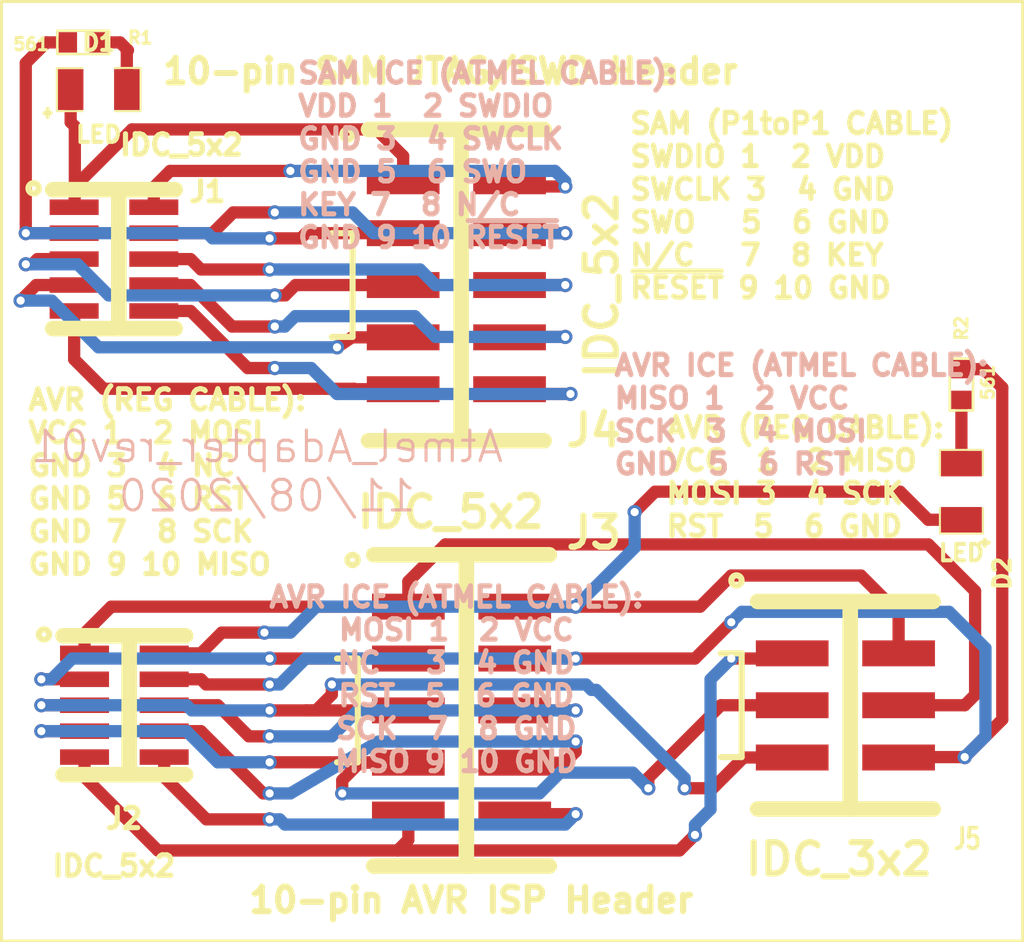
<source format=kicad_pcb>
(kicad_pcb (version 20171130) (host pcbnew 5.1.5-52549c5~86~ubuntu18.04.1)

  (general
    (thickness 1.6)
    (drawings 13)
    (tracks 257)
    (zones 0)
    (modules 9)
    (nets 23)
  )

  (page A)
  (layers
    (0 F.Cu signal)
    (31 B.Cu signal)
    (32 B.Adhes user)
    (33 F.Adhes user)
    (34 B.Paste user)
    (35 F.Paste user)
    (36 B.SilkS user)
    (37 F.SilkS user)
    (38 B.Mask user)
    (39 F.Mask user)
    (40 Dwgs.User user)
    (41 Cmts.User user)
    (42 Eco1.User user)
    (43 Eco2.User user)
    (44 Edge.Cuts user)
  )

  (setup
    (last_trace_width 0.25)
    (user_trace_width 0.25)
    (user_trace_width 0.3)
    (user_trace_width 0.5)
    (user_trace_width 0.6)
    (user_trace_width 0.8)
    (user_trace_width 1)
    (user_trace_width 2)
    (user_trace_width 3)
    (trace_clearance 0.08)
    (zone_clearance 0.4)
    (zone_45_only yes)
    (trace_min 0.1)
    (via_size 0.7)
    (via_drill 0.4)
    (via_min_size 0.7)
    (via_min_drill 0.4)
    (uvia_size 0.4)
    (uvia_drill 0.127)
    (uvias_allowed no)
    (uvia_min_size 0.4)
    (uvia_min_drill 0.127)
    (edge_width 0.1)
    (segment_width 0.5)
    (pcb_text_width 0.3)
    (pcb_text_size 1.5 1.5)
    (mod_edge_width 0.15)
    (mod_text_size 1 1)
    (mod_text_width 0.15)
    (pad_size 3 3)
    (pad_drill 3)
    (pad_to_mask_clearance 0)
    (pad_to_paste_clearance_ratio -0.1)
    (aux_axis_origin 0 0)
    (visible_elements 7FFFFFFF)
    (pcbplotparams
      (layerselection 0x010fc_ffffffff)
      (usegerberextensions true)
      (usegerberattributes false)
      (usegerberadvancedattributes false)
      (creategerberjobfile false)
      (excludeedgelayer true)
      (linewidth 0.050000)
      (plotframeref false)
      (viasonmask false)
      (mode 1)
      (useauxorigin false)
      (hpglpennumber 1)
      (hpglpenspeed 20)
      (hpglpendiameter 15.000000)
      (psnegative false)
      (psa4output false)
      (plotreference true)
      (plotvalue true)
      (plotinvisibletext false)
      (padsonsilk false)
      (subtractmaskfromsilk false)
      (outputformat 1)
      (mirror false)
      (drillshape 0)
      (scaleselection 1)
      (outputdirectory "PCB/"))
  )

  (net 0 "")
  (net 1 "Net-(D1-Pad2)")
  (net 2 pin8)
  (net 3 pin10)
  (net 4 pin9)
  (net 5 pin7)
  (net 6 pin1)
  (net 7 pin3)
  (net 8 pin5)
  (net 9 pin6)
  (net 10 pin4)
  (net 11 pin2)
  (net 12 apin2)
  (net 13 apin4)
  (net 14 apin6)
  (net 15 apin5)
  (net 16 apin3)
  (net 17 apin1)
  (net 18 apin7)
  (net 19 apin9)
  (net 20 apin10)
  (net 21 apin8)
  (net 22 "Net-(D2-Pad2)")

  (net_class Default "This is the default net class."
    (clearance 0.08)
    (trace_width 0.25)
    (via_dia 0.7)
    (via_drill 0.4)
    (uvia_dia 0.4)
    (uvia_drill 0.127)
    (add_net "Net-(D1-Pad2)")
    (add_net "Net-(D2-Pad2)")
    (add_net apin1)
    (add_net apin10)
    (add_net apin2)
    (add_net apin3)
    (add_net apin4)
    (add_net apin5)
    (add_net apin6)
    (add_net apin7)
    (add_net apin8)
    (add_net apin9)
    (add_net pin1)
    (add_net pin10)
    (add_net pin2)
    (add_net pin3)
    (add_net pin4)
    (add_net pin5)
    (add_net pin6)
    (add_net pin7)
    (add_net pin8)
    (add_net pin9)
  )

  (module ted_connectors:TED_IDC_5x2_1.27pitch_SMD_nm (layer F.Cu) (tedit 5C92BF5A) (tstamp 5FA89CF2)
    (at 111.506 70.612 270)
    (path /5B479D63)
    (fp_text reference J1 (at -3.302 -4.572 180) (layer F.SilkS)
      (effects (font (size 1 1) (thickness 0.25)))
    )
    (fp_text value IDC_5x2 (at -5.588 -3.302 180) (layer F.SilkS)
      (effects (font (size 1 1) (thickness 0.25)))
    )
    (fp_circle (center -3.466 3.934) (end -3.212 3.934) (layer F.SilkS) (width 0.3))
    (fp_line (start 3.4 -3) (end 3.4 3) (layer F.SilkS) (width 0.762))
    (fp_line (start -3.4 3) (end -3.4 -3) (layer F.SilkS) (width 0.762))
    (fp_line (start -3.4 -0.236) (end 3.4 -0.236) (layer F.SilkS) (width 0.762))
    (pad 8 smd rect (at 1.27 -1.95 270) (size 0.76 2.4) (layers F.Cu F.Paste F.Mask)
      (net 2 pin8))
    (pad 10 smd rect (at 2.54 -1.95 270) (size 0.76 2.4) (layers F.Cu F.Paste F.Mask)
      (net 3 pin10))
    (pad 9 smd rect (at 2.54 1.95 270) (size 0.76 2.4) (layers F.Cu F.Paste F.Mask)
      (net 4 pin9))
    (pad 7 smd rect (at 1.27 1.95 270) (size 0.76 2.4) (layers F.Cu F.Paste F.Mask)
      (net 5 pin7))
    (pad 1 smd rect (at -2.54 1.95 270) (size 0.76 2.4) (layers F.Cu F.Paste F.Mask)
      (net 6 pin1))
    (pad 3 smd rect (at -1.27 1.95 270) (size 0.76 2.4) (layers F.Cu F.Paste F.Mask)
      (net 7 pin3))
    (pad 5 smd rect (at 0 1.95 270) (size 0.76 2.4) (layers F.Cu F.Paste F.Mask)
      (net 8 pin5))
    (pad 6 smd rect (at 0 -1.95 270) (size 0.76 2.4) (layers F.Cu F.Paste F.Mask)
      (net 9 pin6))
    (pad 4 smd rect (at -1.27 -1.95 270) (size 0.76 2.4) (layers F.Cu F.Paste F.Mask)
      (net 10 pin4))
    (pad 2 smd rect (at -2.54 -1.95 270) (size 0.76 2.4) (layers F.Cu F.Paste F.Mask)
      (net 11 pin2))
  )

  (module ted_connectors:TED_IDC_5x2_1.27pitch_SMD_nm (layer F.Cu) (tedit 5C92BF5A) (tstamp 5FA89D04)
    (at 112.014 92.456 270)
    (path /5FAD5723)
    (fp_text reference J2 (at 5.544 0.014 180) (layer F.SilkS)
      (effects (font (size 1 1) (thickness 0.25)))
    )
    (fp_text value IDC_5x2 (at 7.874 0.508 180) (layer F.SilkS)
      (effects (font (size 1 1) (thickness 0.25)))
    )
    (fp_line (start -3.4 -0.236) (end 3.4 -0.236) (layer F.SilkS) (width 0.762))
    (fp_line (start -3.4 3) (end -3.4 -3) (layer F.SilkS) (width 0.762))
    (fp_line (start 3.4 -3) (end 3.4 3) (layer F.SilkS) (width 0.762))
    (fp_circle (center -3.466 3.934) (end -3.212 3.934) (layer F.SilkS) (width 0.3))
    (pad 2 smd rect (at -2.54 -1.95 270) (size 0.76 2.4) (layers F.Cu F.Paste F.Mask)
      (net 12 apin2))
    (pad 4 smd rect (at -1.27 -1.95 270) (size 0.76 2.4) (layers F.Cu F.Paste F.Mask)
      (net 13 apin4))
    (pad 6 smd rect (at 0 -1.95 270) (size 0.76 2.4) (layers F.Cu F.Paste F.Mask)
      (net 14 apin6))
    (pad 5 smd rect (at 0 1.95 270) (size 0.76 2.4) (layers F.Cu F.Paste F.Mask)
      (net 15 apin5))
    (pad 3 smd rect (at -1.27 1.95 270) (size 0.76 2.4) (layers F.Cu F.Paste F.Mask)
      (net 16 apin3))
    (pad 1 smd rect (at -2.54 1.95 270) (size 0.76 2.4) (layers F.Cu F.Paste F.Mask)
      (net 17 apin1))
    (pad 7 smd rect (at 1.27 1.95 270) (size 0.76 2.4) (layers F.Cu F.Paste F.Mask)
      (net 18 apin7))
    (pad 9 smd rect (at 2.54 1.95 270) (size 0.76 2.4) (layers F.Cu F.Paste F.Mask)
      (net 19 apin9))
    (pad 10 smd rect (at 2.54 -1.95 270) (size 0.76 2.4) (layers F.Cu F.Paste F.Mask)
      (net 20 apin10))
    (pad 8 smd rect (at 1.27 -1.95 270) (size 0.76 2.4) (layers F.Cu F.Paste F.Mask)
      (net 21 apin8))
  )

  (module ted_connectors:TED_IDC_5x2_SMD (layer F.Cu) (tedit 5A0F71C2) (tstamp 5FA8E09E)
    (at 128.524 92.71 270)
    (path /5FAD5745)
    (fp_text reference J3 (at -8.71 -6.476 180) (layer F.SilkS)
      (effects (font (size 1.524 1.524) (thickness 0.3048)))
    )
    (fp_text value IDC_5x2 (at -9.71 0.524 180) (layer F.SilkS)
      (effects (font (size 1.524 1.524) (thickness 0.3048)))
    )
    (fp_line (start -7.62 -0.236) (end 7.62 -0.236) (layer F.SilkS) (width 0.762))
    (fp_line (start -7.62 4.3) (end -7.62 -4.3) (layer F.SilkS) (width 0.762))
    (fp_line (start 7.62 -4.3) (end 7.62 4.3) (layer F.SilkS) (width 0.762))
    (fp_circle (center -7.366 5.334) (end -7.112 5.334) (layer F.SilkS) (width 0.3))
    (fp_line (start 2.54 5.08) (end 2.54 6.096) (layer F.SilkS) (width 0.3))
    (fp_line (start -2.54 5.08) (end 2.54 5.08) (layer F.SilkS) (width 0.3))
    (fp_line (start -2.54 6.096) (end -2.54 5.08) (layer F.SilkS) (width 0.3))
    (pad 2 smd rect (at -5.08 -2.605 270) (size 1.27 3.56) (layers F.Cu F.Paste F.Mask)
      (net 12 apin2))
    (pad 4 smd rect (at -2.54 -2.605 270) (size 1.27 3.56) (layers F.Cu F.Paste F.Mask)
      (net 13 apin4))
    (pad 6 smd rect (at 0 -2.605 270) (size 1.27 3.56) (layers F.Cu F.Paste F.Mask)
      (net 14 apin6))
    (pad 5 smd rect (at 0 2.605 270) (size 1.27 3.56) (layers F.Cu F.Paste F.Mask)
      (net 15 apin5))
    (pad 3 smd rect (at -2.54 2.605 270) (size 1.27 3.56) (layers F.Cu F.Paste F.Mask)
      (net 16 apin3))
    (pad 1 smd rect (at -5.08 2.605 270) (size 1.27 3.56) (layers F.Cu F.Paste F.Mask)
      (net 17 apin1))
    (pad 7 smd rect (at 2.56 2.605 270) (size 1.27 3.56) (layers F.Cu F.Paste F.Mask)
      (net 18 apin7))
    (pad 9 smd rect (at 5.1 2.605 270) (size 1.27 3.56) (layers F.Cu F.Paste F.Mask)
      (net 19 apin9))
    (pad 10 smd rect (at 5.1 -2.605 270) (size 1.27 3.56) (layers F.Cu F.Paste F.Mask)
      (net 20 apin10))
    (pad 8 smd rect (at 2.56 -2.605 270) (size 1.27 3.56) (layers F.Cu F.Paste F.Mask)
      (net 21 apin8))
  )

  (module ted_connectors:TED_IDC_5x2_SMD (layer F.Cu) (tedit 5A0F71C2) (tstamp 5FA89D2E)
    (at 128.27 71.882 270)
    (path /5FACE4E5)
    (fp_text reference J4 (at 7.118 -6.73 180) (layer F.SilkS)
      (effects (font (size 1.524 1.524) (thickness 0.3048)))
    )
    (fp_text value IDC_5x2 (at 0 -7.112 270) (layer F.SilkS)
      (effects (font (size 1.524 1.524) (thickness 0.3048)))
    )
    (fp_line (start -2.54 6.096) (end -2.54 5.08) (layer F.SilkS) (width 0.3))
    (fp_line (start -2.54 5.08) (end 2.54 5.08) (layer F.SilkS) (width 0.3))
    (fp_line (start 2.54 5.08) (end 2.54 6.096) (layer F.SilkS) (width 0.3))
    (fp_circle (center -7.366 5.334) (end -7.112 5.334) (layer F.SilkS) (width 0.3))
    (fp_line (start 7.62 -4.3) (end 7.62 4.3) (layer F.SilkS) (width 0.762))
    (fp_line (start -7.62 4.3) (end -7.62 -4.3) (layer F.SilkS) (width 0.762))
    (fp_line (start -7.62 -0.236) (end 7.62 -0.236) (layer F.SilkS) (width 0.762))
    (pad 8 smd rect (at 2.56 -2.605 270) (size 1.27 3.56) (layers F.Cu F.Paste F.Mask)
      (net 2 pin8))
    (pad 10 smd rect (at 5.1 -2.605 270) (size 1.27 3.56) (layers F.Cu F.Paste F.Mask)
      (net 3 pin10))
    (pad 9 smd rect (at 5.1 2.605 270) (size 1.27 3.56) (layers F.Cu F.Paste F.Mask)
      (net 4 pin9))
    (pad 7 smd rect (at 2.56 2.605 270) (size 1.27 3.56) (layers F.Cu F.Paste F.Mask)
      (net 5 pin7))
    (pad 1 smd rect (at -5.08 2.605 270) (size 1.27 3.56) (layers F.Cu F.Paste F.Mask)
      (net 6 pin1))
    (pad 3 smd rect (at -2.54 2.605 270) (size 1.27 3.56) (layers F.Cu F.Paste F.Mask)
      (net 7 pin3))
    (pad 5 smd rect (at 0 2.605 270) (size 1.27 3.56) (layers F.Cu F.Paste F.Mask)
      (net 8 pin5))
    (pad 6 smd rect (at 0 -2.605 270) (size 1.27 3.56) (layers F.Cu F.Paste F.Mask)
      (net 9 pin6))
    (pad 4 smd rect (at -2.54 -2.605 270) (size 1.27 3.56) (layers F.Cu F.Paste F.Mask)
      (net 10 pin4))
    (pad 2 smd rect (at -5.08 -2.605 270) (size 1.27 3.56) (layers F.Cu F.Paste F.Mask)
      (net 11 pin2))
  )

  (module ted_connectors:TED_IDC_3x2_SMD (layer F.Cu) (tedit 5FA8D9FD) (tstamp 5FA8DD98)
    (at 147.32 92.456 270)
    (path /5FADD715)
    (fp_text reference J5 (at 6.544 -5.969 180) (layer F.SilkS)
      (effects (font (size 1 0.75) (thickness 0.1875)))
    )
    (fp_text value IDC_3x2 (at 7.544 0.32 180) (layer F.SilkS)
      (effects (font (size 1.524 1.524) (thickness 0.3048)))
    )
    (fp_line (start -2.54 6.096) (end -2.54 5.08) (layer F.SilkS) (width 0.3))
    (fp_line (start -2.54 5.08) (end 2.54 5.08) (layer F.SilkS) (width 0.3))
    (fp_line (start 2.54 5.08) (end 2.54 6.096) (layer F.SilkS) (width 0.3))
    (fp_circle (center -6.106 5.334) (end -5.852 5.334) (layer F.SilkS) (width 0.3))
    (fp_line (start 5.08 -4.3) (end 5.08 4.3) (layer F.SilkS) (width 0.762))
    (fp_line (start -5.08 4.3) (end -5.08 -4.3) (layer F.SilkS) (width 0.762))
    (fp_line (start -5.08 -0.236) (end 5.08 -0.236) (layer F.SilkS) (width 0.762))
    (pad 6 smd rect (at 2.56 -2.605 270) (size 1.27 3.56) (layers F.Cu F.Paste F.Mask)
      (net 13 apin4))
    (pad 5 smd rect (at 2.56 2.605 270) (size 1.27 3.56) (layers F.Cu F.Paste F.Mask)
      (net 15 apin5))
    (pad 1 smd rect (at -2.54 2.605 270) (size 1.27 3.56) (layers F.Cu F.Paste F.Mask)
      (net 19 apin9))
    (pad 3 smd rect (at 0 2.605 270) (size 1.27 3.56) (layers F.Cu F.Paste F.Mask)
      (net 18 apin7))
    (pad 4 smd rect (at 0 -2.605 270) (size 1.27 3.56) (layers F.Cu F.Paste F.Mask)
      (net 17 apin1))
    (pad 2 smd rect (at -2.54 -2.605 270) (size 1.27 3.56) (layers F.Cu F.Paste F.Mask)
      (net 12 apin2))
  )

  (module ted_led:TED_SM1206_LED (layer F.Cu) (tedit 5C16A5C5) (tstamp 5FA8EAF6)
    (at 110.76 62.31)
    (path /5FB0EC92)
    (attr smd)
    (fp_text reference D1 (at 0 -2.3) (layer F.SilkS)
      (effects (font (size 0.8 0.8) (thickness 0.2)))
    )
    (fp_text value LED (at 0 2.2) (layer F.SilkS)
      (effects (font (size 0.8 0.8) (thickness 0.2)))
    )
    (fp_line (start -2.65 1.15) (end -2.35 1.15) (layer F.SilkS) (width 0.2))
    (fp_line (start -2.5 0.94) (end -2.5 1.34) (layer F.SilkS) (width 0.2))
    (fp_line (start -0.8 1.05756) (end -2 1.05756) (layer F.SilkS) (width 0.09906))
    (fp_line (start -2.05184 1.05) (end -2.05184 -1.05) (layer F.SilkS) (width 0.09906))
    (fp_line (start -2 -1.05296) (end -0.8 -1.05296) (layer F.SilkS) (width 0.09906))
    (fp_line (start 0.8 -1.05804) (end 2 -1.05804) (layer F.SilkS) (width 0.09906))
    (fp_line (start 2.04676 -1.05) (end 2.04676 1.05) (layer F.SilkS) (width 0.09906))
    (fp_line (start 2 1.05788) (end 0.8 1.05788) (layer F.SilkS) (width 0.09906))
    (pad 1 smd rect (at -1.375 0) (size 1.25 2) (layers F.Cu F.Paste F.Mask)
      (net 6 pin1))
    (pad 2 smd rect (at 1.375 0) (size 1.25 2) (layers F.Cu F.Paste F.Mask)
      (net 1 "Net-(D1-Pad2)"))
    (model smd/chip_cms.wrl
      (at (xyz 0 0 0))
      (scale (xyz 0.1 0.1 0.1))
      (rotate (xyz 0 0 0))
    )
  )

  (module ted_led:TED_SM1206_LED (layer F.Cu) (tedit 5C16A5C5) (tstamp 5FA8EB04)
    (at 153 82 90)
    (path /5FB10E07)
    (attr smd)
    (fp_text reference D2 (at -4 2 90) (layer F.SilkS)
      (effects (font (size 0.8 0.8) (thickness 0.2)))
    )
    (fp_text value LED (at -3 0 180) (layer F.SilkS)
      (effects (font (size 0.8 0.8) (thickness 0.2)))
    )
    (fp_line (start 2 1.05788) (end 0.8 1.05788) (layer F.SilkS) (width 0.09906))
    (fp_line (start 2.04676 -1.05) (end 2.04676 1.05) (layer F.SilkS) (width 0.09906))
    (fp_line (start 0.8 -1.05804) (end 2 -1.05804) (layer F.SilkS) (width 0.09906))
    (fp_line (start -2 -1.05296) (end -0.8 -1.05296) (layer F.SilkS) (width 0.09906))
    (fp_line (start -2.05184 1.05) (end -2.05184 -1.05) (layer F.SilkS) (width 0.09906))
    (fp_line (start -0.8 1.05756) (end -2 1.05756) (layer F.SilkS) (width 0.09906))
    (fp_line (start -2.5 0.94) (end -2.5 1.34) (layer F.SilkS) (width 0.2))
    (fp_line (start -2.65 1.15) (end -2.35 1.15) (layer F.SilkS) (width 0.2))
    (pad 2 smd rect (at 1.375 0 90) (size 1.25 2) (layers F.Cu F.Paste F.Mask)
      (net 22 "Net-(D2-Pad2)"))
    (pad 1 smd rect (at -1.375 0 90) (size 1.25 2) (layers F.Cu F.Paste F.Mask)
      (net 12 apin2))
    (model smd/chip_cms.wrl
      (at (xyz 0 0 0))
      (scale (xyz 0.1 0.1 0.1))
      (rotate (xyz 0 0 0))
    )
  )

  (module ted_resistors:TED_SM0603_R (layer F.Cu) (tedit 590515EF) (tstamp 5FA8EB0E)
    (at 110 60 180)
    (descr "SMT resistor, 0603")
    (path /5FB0F91D)
    (fp_text reference R1 (at -2.79 0.23) (layer F.SilkS)
      (effects (font (size 0.6 0.6) (thickness 0.15)))
    )
    (fp_text value 561 (at 2.55 -0.09) (layer F.SilkS)
      (effects (font (size 0.6 0.6) (thickness 0.15)))
    )
    (fp_line (start -1.27 -0.57) (end -1.27 0.57) (layer F.SilkS) (width 0.127))
    (fp_line (start 1.27 -0.57) (end 1.27 0.57) (layer F.SilkS) (width 0.127))
    (fp_line (start -1.25 -0.57) (end 1.25 -0.57) (layer F.SilkS) (width 0.127))
    (fp_line (start 1.25 0.57) (end -1.25 0.57) (layer F.SilkS) (width 0.127))
    (pad 2 smd rect (at 0.75184 0 180) (size 0.89916 1.00076) (layers F.Cu F.Paste F.Mask)
      (net 7 pin3) (clearance 0.1))
    (pad 1 smd rect (at -0.75184 0 180) (size 0.89916 1.00076) (layers F.Cu F.Paste F.Mask)
      (net 1 "Net-(D1-Pad2)") (clearance 0.1))
    (model smd/capacitors/c_0603.wrl
      (at (xyz 0 0 0))
      (scale (xyz 1 1 1))
      (rotate (xyz 0 0 0))
    )
  )

  (module ted_resistors:TED_SM0603_R (layer F.Cu) (tedit 590515EF) (tstamp 5FA8EB18)
    (at 153 76.75184 90)
    (descr "SMT resistor, 0603")
    (path /5FB10E11)
    (fp_text reference R2 (at 2.75184 0 90) (layer F.SilkS)
      (effects (font (size 0.6 0.6) (thickness 0.15)))
    )
    (fp_text value 561 (at 0.1 1.3 90) (layer F.SilkS)
      (effects (font (size 0.6 0.6) (thickness 0.15)))
    )
    (fp_line (start 1.25 0.57) (end -1.25 0.57) (layer F.SilkS) (width 0.127))
    (fp_line (start -1.25 -0.57) (end 1.25 -0.57) (layer F.SilkS) (width 0.127))
    (fp_line (start 1.27 -0.57) (end 1.27 0.57) (layer F.SilkS) (width 0.127))
    (fp_line (start -1.27 -0.57) (end -1.27 0.57) (layer F.SilkS) (width 0.127))
    (pad 1 smd rect (at -0.75184 0 90) (size 0.89916 1.00076) (layers F.Cu F.Paste F.Mask)
      (net 22 "Net-(D2-Pad2)") (clearance 0.1))
    (pad 2 smd rect (at 0.75184 0 90) (size 0.89916 1.00076) (layers F.Cu F.Paste F.Mask)
      (net 13 apin4) (clearance 0.1))
    (model smd/capacitors/c_0603.wrl
      (at (xyz 0 0 0))
      (scale (xyz 1 1 1))
      (rotate (xyz 0 0 0))
    )
  )

  (gr_text "AVR ICE (ATMEL CABLE):\nMISO 1  2 VCC\nSCK  3  4 MOSI\nGND  5  6 RST" (at 135.89 78.232) (layer B.SilkS) (tstamp 5FAA1E81)
    (effects (font (size 1 1) (thickness 0.25)) (justify left))
  )
  (gr_text "AVR (REG CABLE):\nVCC  1  2 MISO\nMOSI 3  4 SCK\nRST  5  6 GND" (at 138.43 81.28) (layer F.SilkS) (tstamp 5FAA1DC3)
    (effects (font (size 1 1) (thickness 0.25)) (justify left))
  )
  (gr_text "AVR ICE (ATMEL CABLE):\nMOSI 1  2 VCC\nNC   3  4 GND\nRST  5  6 GND\nSCK  7  8 GND\nMISO 9 10 GND" (at 128.27 91.186) (layer B.SilkS) (tstamp 5FAA1D55)
    (effects (font (size 1 1) (thickness 0.25)))
  )
  (gr_text "SAM ICE (ATMEL CABLE):\nVDD 1  2 SWDIO\nGND 3  4 SWCLK\nGND 5  6 SWO\nKEY 7  8 N/C\nGND 9 10 ~RESET" (at 120.396 65.532) (layer B.SilkS) (tstamp 5FAA1C33)
    (effects (font (size 1 1) (thickness 0.25)) (justify left))
  )
  (gr_text "Atmel_Adapter_rev01\n11/08/2020" (at 119 81) (layer B.SilkS)
    (effects (font (size 1.5 1.5) (thickness 0.15)) (justify mirror))
  )
  (gr_text "10-pin AVR ISP Header" (at 129 102) (layer F.SilkS) (tstamp 5FA8E427)
    (effects (font (size 1.2 1.2) (thickness 0.3)))
  )
  (gr_line (start 106 104) (end 106 58) (layer F.SilkS) (width 0.15))
  (gr_line (start 156 104) (end 106 104) (layer F.SilkS) (width 0.15))
  (gr_line (start 156 58) (end 156 104) (layer F.SilkS) (width 0.15))
  (gr_line (start 106 58) (end 156 58) (layer F.SilkS) (width 0.15))
  (gr_text "AVR (REG CABLE):\nVCC 1  2 MOSI\nGND 3  4 NC\nGND 5  6 RST\nGND 7  8 SCK\nGND 9 10 MISO" (at 107.188 81.534) (layer F.SilkS)
    (effects (font (size 1 1) (thickness 0.25)) (justify left))
  )
  (gr_text "SAM (P1toP1 CABLE)\nSWDIO 1  2 VDD\nSWCLK 3  4 GND\nSWO   5  6 GND\nN/C   7  8 KEY\n~RESET~ 9 10 GND" (at 136.652 68) (layer F.SilkS)
    (effects (font (size 1 1) (thickness 0.25)) (justify left))
  )
  (gr_text "10-pin SAM JTAG/SWD Header" (at 127.98 61.42) (layer F.SilkS)
    (effects (font (size 1.2 1.2) (thickness 0.3)))
  )

  (segment (start 111.80142 60) (end 112.19 60.38858) (width 0.6) (layer F.Cu) (net 1))
  (segment (start 110.75184 60) (end 111.80142 60) (width 0.6) (layer F.Cu) (net 1) (status 10))
  (segment (start 112.135 60.44358) (end 112.135 62.31) (width 0.6) (layer F.Cu) (net 1) (status 20))
  (segment (start 112.19 60.38858) (end 112.135 60.44358) (width 0.6) (layer F.Cu) (net 1))
  (segment (start 115.256 71.882) (end 117.288 73.914) (width 0.6) (layer F.Cu) (net 2))
  (segment (start 113.456 71.882) (end 115.256 71.882) (width 0.6) (layer F.Cu) (net 2) (status 10))
  (via (at 119.38 73.914) (size 0.7) (drill 0.4) (layers F.Cu B.Cu) (net 2))
  (segment (start 117.288 73.914) (end 119.38 73.914) (width 0.6) (layer F.Cu) (net 2))
  (segment (start 119.874974 73.914) (end 120.382974 73.406) (width 0.6) (layer B.Cu) (net 2))
  (segment (start 119.38 73.914) (end 119.874974 73.914) (width 0.6) (layer B.Cu) (net 2))
  (segment (start 120.382974 73.406) (end 126.238 73.406) (width 0.6) (layer B.Cu) (net 2))
  (segment (start 126.238 73.406) (end 127.254 74.422) (width 0.6) (layer B.Cu) (net 2))
  (via (at 133.604 74.422) (size 0.7) (drill 0.4) (layers F.Cu B.Cu) (net 2))
  (segment (start 127.254 74.422) (end 133.604 74.422) (width 0.6) (layer B.Cu) (net 2))
  (segment (start 130.895 74.422) (end 130.875 74.442) (width 0.6) (layer F.Cu) (net 2) (status 30))
  (segment (start 133.604 74.422) (end 130.895 74.422) (width 0.6) (layer F.Cu) (net 2) (status 20))
  (segment (start 115.256 73.152) (end 118.05 75.946) (width 0.6) (layer F.Cu) (net 3))
  (segment (start 113.456 73.152) (end 115.256 73.152) (width 0.6) (layer F.Cu) (net 3) (status 10))
  (via (at 119.38 75.946) (size 0.7) (drill 0.4) (layers F.Cu B.Cu) (net 3))
  (segment (start 118.05 75.946) (end 119.38 75.946) (width 0.6) (layer F.Cu) (net 3))
  (segment (start 119.38 75.946) (end 121.158 75.946) (width 0.6) (layer B.Cu) (net 3))
  (segment (start 121.158 75.946) (end 122.428 77.216) (width 0.6) (layer B.Cu) (net 3))
  (via (at 133.858 77.216) (size 0.7) (drill 0.4) (layers F.Cu B.Cu) (net 3))
  (segment (start 122.428 77.216) (end 133.858 77.216) (width 0.6) (layer B.Cu) (net 3))
  (segment (start 131.109 77.216) (end 130.875 76.982) (width 0.6) (layer F.Cu) (net 3) (status 30))
  (segment (start 133.858 77.216) (end 131.109 77.216) (width 0.6) (layer F.Cu) (net 3) (status 20))
  (segment (start 123.285 76.982) (end 123.265 76.962) (width 0.6) (layer F.Cu) (net 4))
  (segment (start 125.665 76.982) (end 123.285 76.982) (width 0.6) (layer F.Cu) (net 4) (status 10))
  (segment (start 123.265 76.962) (end 110.998 76.962) (width 0.6) (layer F.Cu) (net 4))
  (segment (start 109.556 75.52) (end 109.556 73.152) (width 0.6) (layer F.Cu) (net 4) (status 20))
  (segment (start 110.998 76.962) (end 109.556 75.52) (width 0.6) (layer F.Cu) (net 4))
  (segment (start 109.556 71.882) (end 107.696 71.882) (width 0.6) (layer F.Cu) (net 5) (status 10))
  (segment (start 107.696 71.882) (end 106.934 72.644) (width 0.6) (layer F.Cu) (net 5))
  (via (at 106.934 72.644) (size 0.7) (drill 0.4) (layers F.Cu B.Cu) (net 5))
  (segment (start 108.458 72.644) (end 106.934 72.644) (width 0.6) (layer B.Cu) (net 5))
  (segment (start 122.428 74.93) (end 123.19 74.422) (width 0.6) (layer F.Cu) (net 5))
  (via (at 122.428 74.93) (size 0.7) (drill 0.4) (layers F.Cu B.Cu) (net 5))
  (segment (start 123.19 74.422) (end 123.21 74.442) (width 0.6) (layer F.Cu) (net 5))
  (segment (start 123.21 74.442) (end 125.665 74.442) (width 0.6) (layer F.Cu) (net 5) (status 20))
  (segment (start 110.744 74.93) (end 108.458 72.644) (width 0.6) (layer B.Cu) (net 5))
  (segment (start 122.428 74.93) (end 110.744 74.93) (width 0.6) (layer B.Cu) (net 5))
  (segment (start 125.665 65.567) (end 125.665 66.802) (width 0.6) (layer F.Cu) (net 6) (status 20))
  (segment (start 124.36 64.262) (end 125.665 65.567) (width 0.6) (layer F.Cu) (net 6))
  (segment (start 112.386 64.262) (end 124.36 64.262) (width 0.6) (layer F.Cu) (net 6))
  (segment (start 109.556 67.092) (end 112.386 64.262) (width 0.6) (layer F.Cu) (net 6))
  (segment (start 109.385 63.91) (end 109.59 64.115) (width 0.6) (layer F.Cu) (net 6))
  (segment (start 109.59 64.115) (end 109.59 67.48) (width 0.6) (layer F.Cu) (net 6))
  (segment (start 109.385 62.31) (end 109.385 63.91) (width 0.6) (layer F.Cu) (net 6) (status 10))
  (segment (start 109.556 68.072) (end 109.59 67.48) (width 0.6) (layer F.Cu) (net 6) (status 10))
  (segment (start 109.59 67.48) (end 109.556 67.092) (width 0.6) (layer F.Cu) (net 6))
  (segment (start 109.556 69.342) (end 107.188 69.342) (width 0.6) (layer F.Cu) (net 7) (status 10))
  (via (at 107.188 69.342) (size 0.7) (drill 0.4) (layers F.Cu B.Cu) (net 7))
  (segment (start 107.188 69.342) (end 116.078 69.342) (width 0.6) (layer B.Cu) (net 7))
  (segment (start 116.078 69.342) (end 116.332 69.596) (width 0.6) (layer B.Cu) (net 7))
  (via (at 119.126 69.596) (size 0.7) (drill 0.4) (layers F.Cu B.Cu) (net 7))
  (segment (start 116.332 69.596) (end 119.126 69.596) (width 0.6) (layer B.Cu) (net 7))
  (segment (start 119.126 69.596) (end 120.65 69.596) (width 0.6) (layer F.Cu) (net 7))
  (segment (start 120.904 69.342) (end 125.665 69.342) (width 0.6) (layer F.Cu) (net 7) (status 20))
  (segment (start 120.65 69.596) (end 120.904 69.342) (width 0.6) (layer F.Cu) (net 7))
  (segment (start 107.188 68.847026) (end 107.188 69.342) (width 0.6) (layer F.Cu) (net 7))
  (segment (start 107.188 61.01058) (end 107.188 68.847026) (width 0.6) (layer F.Cu) (net 7))
  (segment (start 108.19858 60) (end 107.188 61.01058) (width 0.6) (layer F.Cu) (net 7))
  (segment (start 109.24816 60) (end 108.19858 60) (width 0.6) (layer F.Cu) (net 7) (status 10))
  (segment (start 107.756 70.612) (end 107.502 70.866) (width 0.6) (layer F.Cu) (net 8))
  (segment (start 109.556 70.612) (end 107.756 70.612) (width 0.6) (layer F.Cu) (net 8) (status 10))
  (via (at 107.188 70.866) (size 0.7) (drill 0.4) (layers F.Cu B.Cu) (net 8))
  (segment (start 107.502 70.866) (end 107.188 70.866) (width 0.6) (layer F.Cu) (net 8))
  (segment (start 107.188 70.866) (end 109.728 70.866) (width 0.6) (layer B.Cu) (net 8))
  (segment (start 109.728 70.866) (end 111.252 72.39) (width 0.6) (layer B.Cu) (net 8))
  (via (at 119.38 72.39) (size 0.7) (drill 0.4) (layers F.Cu B.Cu) (net 8))
  (segment (start 111.252 72.39) (end 119.38 72.39) (width 0.6) (layer B.Cu) (net 8))
  (segment (start 119.38 72.39) (end 119.888 72.39) (width 0.6) (layer F.Cu) (net 8))
  (segment (start 120.396 71.882) (end 125.665 71.882) (width 0.6) (layer F.Cu) (net 8) (status 20))
  (segment (start 119.888 72.39) (end 120.396 71.882) (width 0.6) (layer F.Cu) (net 8))
  (segment (start 115.256 70.612) (end 115.764 71.12) (width 0.6) (layer F.Cu) (net 9))
  (segment (start 113.456 70.612) (end 115.256 70.612) (width 0.6) (layer F.Cu) (net 9) (status 10))
  (via (at 119.126 71.12) (size 0.7) (drill 0.4) (layers F.Cu B.Cu) (net 9))
  (segment (start 115.764 71.12) (end 119.126 71.12) (width 0.6) (layer F.Cu) (net 9))
  (segment (start 119.126 71.12) (end 119.620974 71.12) (width 0.6) (layer B.Cu) (net 9))
  (segment (start 119.620974 71.12) (end 126.492 71.12) (width 0.6) (layer B.Cu) (net 9))
  (segment (start 126.492 71.12) (end 127.254 71.882) (width 0.6) (layer B.Cu) (net 9))
  (via (at 133.604 71.882) (size 0.7) (drill 0.4) (layers F.Cu B.Cu) (net 9))
  (segment (start 127.254 71.882) (end 133.604 71.882) (width 0.6) (layer B.Cu) (net 9))
  (segment (start 133.604 71.882) (end 130.875 71.882) (width 0.6) (layer F.Cu) (net 9) (status 20))
  (segment (start 113.456 69.342) (end 116.332 69.342) (width 0.6) (layer F.Cu) (net 10) (status 10))
  (segment (start 116.332 69.342) (end 117.348 68.326) (width 0.6) (layer F.Cu) (net 10))
  (via (at 119.38 68.326) (size 0.7) (drill 0.4) (layers F.Cu B.Cu) (net 10))
  (segment (start 117.348 68.326) (end 119.38 68.326) (width 0.6) (layer F.Cu) (net 10))
  (segment (start 119.38 68.326) (end 123.19 68.326) (width 0.6) (layer B.Cu) (net 10))
  (segment (start 123.19 68.326) (end 124.206 69.342) (width 0.6) (layer B.Cu) (net 10))
  (via (at 133.604 69.342) (size 0.7) (drill 0.4) (layers F.Cu B.Cu) (net 10))
  (segment (start 124.206 69.342) (end 133.604 69.342) (width 0.6) (layer B.Cu) (net 10))
  (segment (start 133.604 69.342) (end 130.875 69.342) (width 0.6) (layer F.Cu) (net 10) (status 20))
  (segment (start 113.456 67.092) (end 114.254 66.294) (width 0.6) (layer F.Cu) (net 11))
  (segment (start 113.456 68.072) (end 113.456 67.092) (width 0.6) (layer F.Cu) (net 11) (status 10))
  (via (at 120.142 66.294) (size 0.7) (drill 0.4) (layers F.Cu B.Cu) (net 11))
  (segment (start 114.254 66.294) (end 120.142 66.294) (width 0.6) (layer F.Cu) (net 11))
  (segment (start 120.142 66.294) (end 133.096 66.294) (width 0.6) (layer B.Cu) (net 11))
  (via (at 133.604 67.056) (size 0.7) (drill 0.4) (layers F.Cu B.Cu) (net 11))
  (segment (start 133.096 66.294) (end 133.604 66.802) (width 0.6) (layer B.Cu) (net 11))
  (segment (start 133.604 66.802) (end 133.604 67.056) (width 0.6) (layer B.Cu) (net 11))
  (segment (start 131.129 67.056) (end 130.875 66.802) (width 0.6) (layer F.Cu) (net 11) (status 30))
  (segment (start 133.604 67.056) (end 131.129 67.056) (width 0.6) (layer F.Cu) (net 11) (status 20))
  (segment (start 115.764 89.916) (end 116.78 88.9) (width 0.6) (layer F.Cu) (net 12))
  (segment (start 113.964 89.916) (end 115.764 89.916) (width 0.6) (layer F.Cu) (net 12) (status 10))
  (via (at 118.872 88.9) (size 0.7) (drill 0.4) (layers F.Cu B.Cu) (net 12))
  (segment (start 116.78 88.9) (end 118.872 88.9) (width 0.6) (layer F.Cu) (net 12))
  (segment (start 118.872 88.9) (end 120.142 88.9) (width 0.6) (layer B.Cu) (net 12))
  (segment (start 120.142 88.9) (end 121.412 87.63) (width 0.6) (layer B.Cu) (net 12))
  (via (at 134.112 87.63) (size 0.7) (drill 0.4) (layers F.Cu B.Cu) (net 12))
  (segment (start 121.412 87.63) (end 134.112 87.63) (width 0.6) (layer B.Cu) (net 12))
  (segment (start 134.112 87.63) (end 131.129 87.63) (width 0.6) (layer F.Cu) (net 12) (status 20))
  (segment (start 134.112 87.63) (end 140.208 87.63) (width 0.6) (layer F.Cu) (net 12))
  (segment (start 140.208 87.63) (end 141.732 86.106) (width 0.6) (layer F.Cu) (net 12))
  (segment (start 141.732 86.106) (end 148.082 86.106) (width 0.6) (layer F.Cu) (net 12))
  (segment (start 149.925 87.949) (end 149.925 89.916) (width 0.6) (layer F.Cu) (net 12) (status 20))
  (segment (start 148.082 86.106) (end 149.925 87.949) (width 0.6) (layer F.Cu) (net 12))
  (segment (start 153 83.375) (end 151.375 83.375) (width 0.6) (layer F.Cu) (net 12) (status 10))
  (segment (start 151.375 83.375) (end 150 82) (width 0.6) (layer F.Cu) (net 12))
  (segment (start 150 82) (end 138 82) (width 0.6) (layer F.Cu) (net 12))
  (via (at 137 83) (size 0.7) (drill 0.4) (layers F.Cu B.Cu) (net 12))
  (segment (start 138 82) (end 137 83) (width 0.6) (layer F.Cu) (net 12))
  (segment (start 137 84.742) (end 134.112 87.63) (width 0.6) (layer B.Cu) (net 12))
  (segment (start 137 83) (end 137 84.742) (width 0.6) (layer B.Cu) (net 12))
  (segment (start 115.764 91.186) (end 116.018 91.44) (width 0.6) (layer F.Cu) (net 13))
  (segment (start 113.964 91.186) (end 115.764 91.186) (width 0.6) (layer F.Cu) (net 13) (status 10))
  (via (at 119.126 91.44) (size 0.7) (drill 0.4) (layers F.Cu B.Cu) (net 13))
  (segment (start 116.018 91.44) (end 119.126 91.44) (width 0.6) (layer F.Cu) (net 13))
  (segment (start 119.620974 91.44) (end 120.890974 90.17) (width 0.6) (layer B.Cu) (net 13))
  (segment (start 119.126 91.44) (end 119.620974 91.44) (width 0.6) (layer B.Cu) (net 13))
  (via (at 134.112 90.17) (size 0.7) (drill 0.4) (layers F.Cu B.Cu) (net 13))
  (segment (start 120.890974 90.17) (end 134.112 90.17) (width 0.6) (layer B.Cu) (net 13))
  (segment (start 134.112 90.17) (end 131.129 90.17) (width 0.6) (layer F.Cu) (net 13) (status 20))
  (segment (start 134.112 90.17) (end 139.954 90.17) (width 0.6) (layer F.Cu) (net 13))
  (via (at 141.732 88.392) (size 0.7) (drill 0.4) (layers F.Cu B.Cu) (net 13))
  (segment (start 139.954 90.17) (end 141.732 88.392) (width 0.6) (layer F.Cu) (net 13))
  (segment (start 141.732 88.392) (end 142.24 87.884) (width 0.6) (layer B.Cu) (net 13))
  (segment (start 142.24 87.884) (end 152.4 87.884) (width 0.6) (layer B.Cu) (net 13))
  (segment (start 152.4 87.884) (end 154.178 89.662) (width 0.6) (layer B.Cu) (net 13))
  (segment (start 154.178 89.662) (end 154.178 93.98) (width 0.6) (layer B.Cu) (net 13))
  (via (at 153.162 94.996) (size 0.7) (drill 0.4) (layers F.Cu B.Cu) (net 13))
  (segment (start 154.178 93.98) (end 153.162 94.996) (width 0.6) (layer B.Cu) (net 13))
  (segment (start 149.945 94.996) (end 149.925 95.016) (width 0.6) (layer F.Cu) (net 13) (status 30))
  (segment (start 153.162 94.996) (end 149.945 94.996) (width 0.6) (layer F.Cu) (net 13) (status 20))
  (segment (start 154.10038 76) (end 155 76.89962) (width 0.6) (layer F.Cu) (net 13))
  (segment (start 153 76) (end 154.10038 76) (width 0.6) (layer F.Cu) (net 13) (status 10))
  (segment (start 155 93.158) (end 153.158 95) (width 0.6) (layer F.Cu) (net 13))
  (segment (start 155 76.89962) (end 155 93.158) (width 0.6) (layer F.Cu) (net 13))
  (segment (start 153.158 95) (end 153.162 94.996) (width 0.6) (layer F.Cu) (net 13))
  (segment (start 113.964 92.456) (end 116.586 92.456) (width 0.6) (layer F.Cu) (net 14) (status 10))
  (segment (start 116.586 92.456) (end 118.11 93.98) (width 0.6) (layer F.Cu) (net 14))
  (via (at 119.126 93.98) (size 0.7) (drill 0.4) (layers F.Cu B.Cu) (net 14))
  (segment (start 118.11 93.98) (end 119.126 93.98) (width 0.6) (layer F.Cu) (net 14))
  (segment (start 119.126 93.98) (end 122.174 93.98) (width 0.6) (layer B.Cu) (net 14))
  (segment (start 122.174 93.98) (end 123.444 92.71) (width 0.6) (layer B.Cu) (net 14))
  (via (at 134.112 92.71) (size 0.7) (drill 0.4) (layers F.Cu B.Cu) (net 14))
  (segment (start 123.444 92.71) (end 134.112 92.71) (width 0.6) (layer B.Cu) (net 14))
  (segment (start 134.112 92.71) (end 131.129 92.71) (width 0.6) (layer F.Cu) (net 14) (status 20))
  (segment (start 110.064 92.456) (end 108.264 92.456) (width 0.6) (layer F.Cu) (net 15) (status 10))
  (via (at 107.95 92.456) (size 0.7) (drill 0.4) (layers F.Cu B.Cu) (net 15))
  (segment (start 108.264 92.456) (end 107.95 92.456) (width 0.6) (layer F.Cu) (net 15))
  (segment (start 107.95 92.456) (end 115.062 92.456) (width 0.6) (layer B.Cu) (net 15))
  (segment (start 115.062 92.456) (end 115.316 92.71) (width 0.6) (layer B.Cu) (net 15))
  (via (at 119.126 92.71) (size 0.7) (drill 0.4) (layers F.Cu B.Cu) (net 15))
  (segment (start 115.316 92.71) (end 119.126 92.71) (width 0.6) (layer B.Cu) (net 15))
  (segment (start 142.335 95.016) (end 140.831 96.52) (width 0.6) (layer F.Cu) (net 15))
  (segment (start 144.715 95.016) (end 142.335 95.016) (width 0.6) (layer F.Cu) (net 15) (status 10))
  (via (at 139.446 96.52) (size 0.7) (drill 0.4) (layers F.Cu B.Cu) (net 15))
  (segment (start 140.831 96.52) (end 139.446 96.52) (width 0.6) (layer F.Cu) (net 15))
  (segment (start 139.446 96.025026) (end 135.128 91.707026) (width 0.6) (layer B.Cu) (net 15))
  (segment (start 139.446 96.52) (end 139.446 96.025026) (width 0.6) (layer B.Cu) (net 15))
  (segment (start 135.128 91.707026) (end 134.887026 91.707026) (width 0.6) (layer B.Cu) (net 15))
  (segment (start 134.887026 91.707026) (end 134.62 91.44) (width 0.6) (layer B.Cu) (net 15))
  (segment (start 134.62 91.44) (end 122.174 91.44) (width 0.6) (layer B.Cu) (net 15))
  (via (at 122.174 91.44) (size 0.7) (drill 0.4) (layers F.Cu B.Cu) (net 15))
  (segment (start 121.398974 92.71) (end 120.904 92.71) (width 0.6) (layer F.Cu) (net 15))
  (segment (start 122.174 91.934974) (end 121.398974 92.71) (width 0.6) (layer F.Cu) (net 15))
  (segment (start 122.174 91.44) (end 122.174 91.934974) (width 0.6) (layer F.Cu) (net 15))
  (segment (start 119.126 92.71) (end 120.904 92.71) (width 0.6) (layer F.Cu) (net 15))
  (segment (start 120.904 92.71) (end 125.919 92.71) (width 0.6) (layer F.Cu) (net 15) (status 20))
  (via (at 107.95 91.186) (size 0.7) (drill 0.4) (layers F.Cu B.Cu) (net 16))
  (segment (start 110.064 91.186) (end 107.95 91.186) (width 0.6) (layer F.Cu) (net 16) (status 10))
  (segment (start 108.444974 91.186) (end 109.460974 90.17) (width 0.6) (layer B.Cu) (net 16))
  (segment (start 107.95 91.186) (end 108.444974 91.186) (width 0.6) (layer B.Cu) (net 16))
  (segment (start 109.460974 90.17) (end 119.126 90.17) (width 0.6) (layer B.Cu) (net 16))
  (via (at 119.126 90.17) (size 0.7) (drill 0.4) (layers F.Cu B.Cu) (net 16))
  (segment (start 119.620974 90.17) (end 125.919 90.17) (width 0.6) (layer F.Cu) (net 16) (status 20))
  (segment (start 119.126 90.17) (end 119.620974 90.17) (width 0.6) (layer F.Cu) (net 16))
  (segment (start 123.539 87.63) (end 125.919 87.63) (width 0.6) (layer F.Cu) (net 17) (status 20))
  (segment (start 111.37 87.63) (end 123.539 87.63) (width 0.6) (layer F.Cu) (net 17))
  (segment (start 110.064 88.936) (end 111.37 87.63) (width 0.6) (layer F.Cu) (net 17))
  (segment (start 110.064 89.916) (end 110.064 88.936) (width 0.6) (layer F.Cu) (net 17) (status 10))
  (segment (start 125.919 86.395) (end 127.732 84.582) (width 0.6) (layer F.Cu) (net 17))
  (segment (start 125.919 87.63) (end 125.919 86.395) (width 0.6) (layer F.Cu) (net 17) (status 10))
  (segment (start 127.732 84.582) (end 151.384 84.582) (width 0.6) (layer F.Cu) (net 17))
  (segment (start 151.384 84.582) (end 153.67 86.868) (width 0.6) (layer F.Cu) (net 17))
  (segment (start 153.67 86.868) (end 153.67 91.948) (width 0.6) (layer F.Cu) (net 17))
  (segment (start 153.162 92.456) (end 149.925 92.456) (width 0.6) (layer F.Cu) (net 17) (status 20))
  (segment (start 153.67 91.948) (end 153.162 92.456) (width 0.6) (layer F.Cu) (net 17))
  (segment (start 110.064 93.726) (end 107.95 93.726) (width 0.6) (layer F.Cu) (net 18) (status 10))
  (via (at 107.95 93.726) (size 0.7) (drill 0.4) (layers F.Cu B.Cu) (net 18))
  (segment (start 107.95 93.726) (end 115.062 93.726) (width 0.6) (layer B.Cu) (net 18))
  (segment (start 115.062 93.726) (end 116.586 95.25) (width 0.6) (layer B.Cu) (net 18))
  (via (at 119.126 95.25) (size 0.7) (drill 0.4) (layers F.Cu B.Cu) (net 18))
  (segment (start 116.586 95.25) (end 119.126 95.25) (width 0.6) (layer B.Cu) (net 18))
  (segment (start 125.899 95.25) (end 125.919 95.27) (width 0.6) (layer F.Cu) (net 18) (status 30))
  (segment (start 119.126 95.25) (end 125.899 95.25) (width 0.6) (layer F.Cu) (net 18) (status 20))
  (segment (start 144.715 92.456) (end 141.224 92.456) (width 0.6) (layer F.Cu) (net 18) (status 10))
  (segment (start 141.224 92.456) (end 137.668 96.012) (width 0.6) (layer F.Cu) (net 18))
  (via (at 137.668 96.52) (size 0.7) (drill 0.4) (layers F.Cu B.Cu) (net 18))
  (segment (start 137.668 96.012) (end 137.668 96.52) (width 0.6) (layer F.Cu) (net 18))
  (segment (start 123.539 95.27) (end 122.682 96.127) (width 0.6) (layer F.Cu) (net 18))
  (segment (start 125.919 95.27) (end 123.539 95.27) (width 0.6) (layer F.Cu) (net 18) (status 10))
  (via (at 122.682 96.774) (size 0.7) (drill 0.4) (layers F.Cu B.Cu) (net 18))
  (segment (start 122.682 96.127) (end 122.682 96.774) (width 0.6) (layer F.Cu) (net 18))
  (segment (start 122.682 96.774) (end 132.334 96.774) (width 0.6) (layer B.Cu) (net 18))
  (segment (start 132.334 96.774) (end 133.35 95.758) (width 0.6) (layer B.Cu) (net 18))
  (segment (start 136.906 95.758) (end 137.668 96.52) (width 0.6) (layer B.Cu) (net 18))
  (segment (start 133.35 95.758) (end 136.906 95.758) (width 0.6) (layer B.Cu) (net 18))
  (segment (start 125.919 99.045) (end 125.919 97.81) (width 0.6) (layer F.Cu) (net 19) (status 20))
  (segment (start 125.396 99.568) (end 125.919 99.045) (width 0.6) (layer F.Cu) (net 19))
  (segment (start 113.656 99.568) (end 125.396 99.568) (width 0.6) (layer F.Cu) (net 19))
  (segment (start 110.064 95.976) (end 113.656 99.568) (width 0.6) (layer F.Cu) (net 19))
  (segment (start 110.064 94.996) (end 110.064 95.976) (width 0.6) (layer F.Cu) (net 19) (status 10))
  (segment (start 125.396 99.568) (end 139.192 99.568) (width 0.6) (layer F.Cu) (net 19))
  (via (at 139.954 98.806) (size 0.7) (drill 0.4) (layers F.Cu B.Cu) (net 19))
  (segment (start 139.192 99.568) (end 139.954 98.806) (width 0.6) (layer F.Cu) (net 19))
  (segment (start 139.954 98.311026) (end 140.716 97.549026) (width 0.6) (layer B.Cu) (net 19))
  (segment (start 139.954 98.806) (end 139.954 98.311026) (width 0.6) (layer B.Cu) (net 19))
  (segment (start 140.716 97.549026) (end 140.716 91.186) (width 0.6) (layer B.Cu) (net 19))
  (via (at 141.732 90.17) (size 0.7) (drill 0.4) (layers F.Cu B.Cu) (net 19))
  (segment (start 140.716 91.186) (end 141.732 90.17) (width 0.6) (layer B.Cu) (net 19))
  (segment (start 144.461 90.17) (end 144.715 89.916) (width 0.6) (layer F.Cu) (net 19) (status 30))
  (segment (start 141.732 90.17) (end 144.461 90.17) (width 0.6) (layer F.Cu) (net 19) (status 20))
  (segment (start 113.964 95.976) (end 116.032 98.044) (width 0.6) (layer F.Cu) (net 20))
  (segment (start 113.964 94.996) (end 113.964 95.976) (width 0.6) (layer F.Cu) (net 20) (status 10))
  (via (at 119.126 98.044) (size 0.7) (drill 0.4) (layers F.Cu B.Cu) (net 20))
  (segment (start 116.032 98.044) (end 119.126 98.044) (width 0.6) (layer F.Cu) (net 20))
  (segment (start 119.620974 98.044) (end 119.874974 98.298) (width 0.6) (layer B.Cu) (net 20))
  (segment (start 119.126 98.044) (end 119.620974 98.044) (width 0.6) (layer B.Cu) (net 20))
  (segment (start 119.874974 98.298) (end 133.604 98.298) (width 0.6) (layer B.Cu) (net 20))
  (via (at 134.112 97.79) (size 0.7) (drill 0.4) (layers F.Cu B.Cu) (net 20))
  (segment (start 133.604 98.298) (end 134.112 97.79) (width 0.6) (layer B.Cu) (net 20))
  (segment (start 131.149 97.79) (end 131.129 97.81) (width 0.6) (layer F.Cu) (net 20) (status 30))
  (segment (start 134.112 97.79) (end 131.149 97.79) (width 0.6) (layer F.Cu) (net 20) (status 20))
  (segment (start 115.764 93.726) (end 118.812 96.774) (width 0.6) (layer F.Cu) (net 21))
  (segment (start 113.964 93.726) (end 115.764 93.726) (width 0.6) (layer F.Cu) (net 21) (status 10))
  (via (at 119.126 96.774) (size 0.7) (drill 0.4) (layers F.Cu B.Cu) (net 21))
  (segment (start 118.812 96.774) (end 119.126 96.774) (width 0.6) (layer F.Cu) (net 21))
  (via (at 134.112 94.234) (size 0.7) (drill 0.4) (layers F.Cu B.Cu) (net 21))
  (segment (start 120.142 96.774) (end 119.126 96.774) (width 0.6) (layer B.Cu) (net 21))
  (segment (start 134.112 94.234) (end 124.46 94.234) (width 0.6) (layer B.Cu) (net 21))
  (segment (start 124.46 94.234) (end 120.142 96.774) (width 0.6) (layer B.Cu) (net 21))
  (segment (start 134.112 94.234) (end 134.112 94.728974) (width 0.6) (layer F.Cu) (net 21))
  (segment (start 133.570974 95.27) (end 131.129 95.27) (width 0.6) (layer F.Cu) (net 21) (status 20))
  (segment (start 134.112 94.728974) (end 133.570974 95.27) (width 0.6) (layer F.Cu) (net 21))
  (segment (start 153 80.625) (end 153 77.50368) (width 0.6) (layer F.Cu) (net 22) (status 30))

)

</source>
